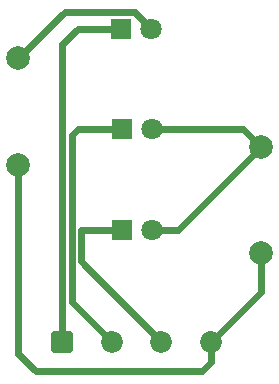
<source format=gbr>
%TF.GenerationSoftware,KiCad,Pcbnew,9.0.0*%
%TF.CreationDate,2025-03-06T21:13:59-05:00*%
%TF.ProjectId,Traffic Control System,54726166-6669-4632-9043-6f6e74726f6c,rev?*%
%TF.SameCoordinates,Original*%
%TF.FileFunction,Copper,L1,Top*%
%TF.FilePolarity,Positive*%
%FSLAX46Y46*%
G04 Gerber Fmt 4.6, Leading zero omitted, Abs format (unit mm)*
G04 Created by KiCad (PCBNEW 9.0.0) date 2025-03-06 21:13:59*
%MOMM*%
%LPD*%
G01*
G04 APERTURE LIST*
G04 Aperture macros list*
%AMRoundRect*
0 Rectangle with rounded corners*
0 $1 Rounding radius*
0 $2 $3 $4 $5 $6 $7 $8 $9 X,Y pos of 4 corners*
0 Add a 4 corners polygon primitive as box body*
4,1,4,$2,$3,$4,$5,$6,$7,$8,$9,$2,$3,0*
0 Add four circle primitives for the rounded corners*
1,1,$1+$1,$2,$3*
1,1,$1+$1,$4,$5*
1,1,$1+$1,$6,$7*
1,1,$1+$1,$8,$9*
0 Add four rect primitives between the rounded corners*
20,1,$1+$1,$2,$3,$4,$5,0*
20,1,$1+$1,$4,$5,$6,$7,0*
20,1,$1+$1,$6,$7,$8,$9,0*
20,1,$1+$1,$8,$9,$2,$3,0*%
G04 Aperture macros list end*
%TA.AperFunction,ComponentPad*%
%ADD10C,1.850000*%
%TD*%
%TA.AperFunction,ComponentPad*%
%ADD11RoundRect,0.250000X-0.675000X-0.675000X0.675000X-0.675000X0.675000X0.675000X-0.675000X0.675000X0*%
%TD*%
%TA.AperFunction,ComponentPad*%
%ADD12C,2.000000*%
%TD*%
%TA.AperFunction,ComponentPad*%
%ADD13R,1.800000X1.800000*%
%TD*%
%TA.AperFunction,ComponentPad*%
%ADD14C,1.800000*%
%TD*%
%TA.AperFunction,Conductor*%
%ADD15C,0.600000*%
%TD*%
G04 APERTURE END LIST*
D10*
%TO.P,J1,4,Pin_4*%
%TO.N,Net-(J1-Pin_4)*%
X56800000Y-65500000D03*
%TO.P,J1,3,Pin_3*%
%TO.N,Net-(D3-K)*%
X52600000Y-65500000D03*
%TO.P,J1,2,Pin_2*%
%TO.N,Net-(D2-K)*%
X48400000Y-65500000D03*
D11*
%TO.P,J1,1,Pin_1*%
%TO.N,Net-(D1-K)*%
X44200000Y-65500000D03*
%TD*%
D12*
%TO.P,R1,1*%
%TO.N,Net-(D1-A)*%
X40500000Y-41500000D03*
%TO.P,R1,2*%
%TO.N,Net-(J1-Pin_4)*%
X40500000Y-50500000D03*
%TD*%
D13*
%TO.P,D1,1,K*%
%TO.N,Net-(D1-K)*%
X49210000Y-39000000D03*
D14*
%TO.P,D1,2,A*%
%TO.N,Net-(D1-A)*%
X51750000Y-39000000D03*
%TD*%
D13*
%TO.P,D2,1,K*%
%TO.N,Net-(D2-K)*%
X49225000Y-47500000D03*
D14*
%TO.P,D2,2,A*%
%TO.N,Net-(D2-A)*%
X51765000Y-47500000D03*
%TD*%
D13*
%TO.P,D3,1,K*%
%TO.N,Net-(D3-K)*%
X49225000Y-56000000D03*
D14*
%TO.P,D3,2,A*%
%TO.N,Net-(D2-A)*%
X51765000Y-56000000D03*
%TD*%
D12*
%TO.P,R2,1*%
%TO.N,Net-(D2-A)*%
X61000000Y-49000000D03*
%TO.P,R2,2*%
%TO.N,Net-(J1-Pin_4)*%
X61000000Y-58000000D03*
%TD*%
D15*
%TO.N,Net-(J1-Pin_4)*%
X40500000Y-66500000D02*
X40500000Y-50500000D01*
X42000000Y-68000000D02*
X40500000Y-66500000D01*
X56000000Y-68000000D02*
X42000000Y-68000000D01*
X56800000Y-67200000D02*
X56000000Y-68000000D01*
X56800000Y-65500000D02*
X56800000Y-67200000D01*
X61000000Y-61300000D02*
X61000000Y-58000000D01*
X56800000Y-65500000D02*
X61000000Y-61300000D01*
%TO.N,Net-(D3-K)*%
X45801000Y-56000000D02*
X49225000Y-56000000D01*
X45801000Y-58701000D02*
X45801000Y-56000000D01*
X52600000Y-65500000D02*
X45801000Y-58701000D01*
%TO.N,Net-(D2-K)*%
X45500000Y-47500000D02*
X49225000Y-47500000D01*
X45000000Y-48000000D02*
X45500000Y-47500000D01*
X45000000Y-62100000D02*
X45000000Y-48000000D01*
X48400000Y-65500000D02*
X45000000Y-62100000D01*
%TO.N,Net-(D1-K)*%
X45500000Y-39000000D02*
X49210000Y-39000000D01*
X44200000Y-40300000D02*
X45500000Y-39000000D01*
X44200000Y-65500000D02*
X44200000Y-40300000D01*
%TO.N,Net-(D1-A)*%
X50349000Y-37599000D02*
X44401000Y-37599000D01*
X51750000Y-39000000D02*
X50349000Y-37599000D01*
X44401000Y-37599000D02*
X40500000Y-41500000D01*
%TO.N,Net-(D2-A)*%
X61000000Y-49000000D02*
X59500000Y-47500000D01*
X54000000Y-56000000D02*
X51765000Y-56000000D01*
X61000000Y-49000000D02*
X54000000Y-56000000D01*
X59500000Y-47500000D02*
X51765000Y-47500000D01*
%TD*%
M02*

</source>
